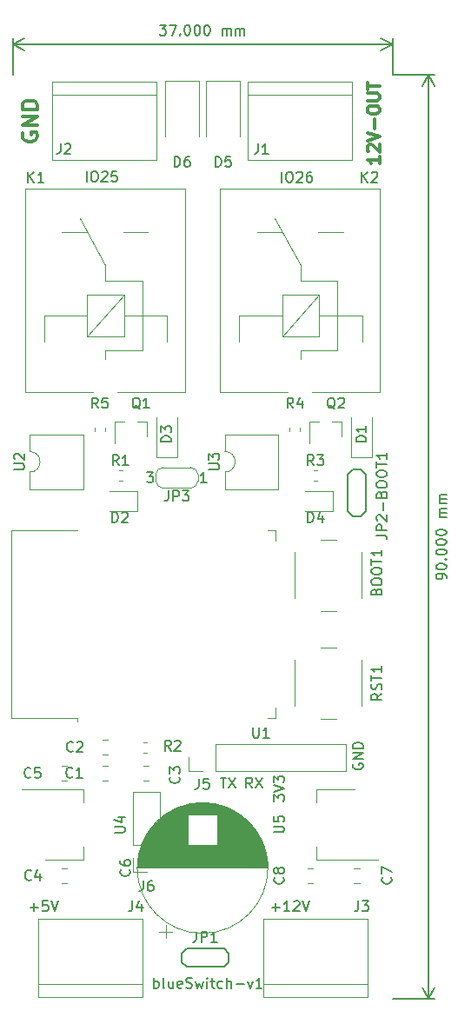
<source format=gbr>
%TF.GenerationSoftware,KiCad,Pcbnew,(5.1.6)-1*%
%TF.CreationDate,2020-08-06T11:41:01+05:30*%
%TF.ProjectId,ESP32-BLE-Relay-Control-Board,45535033-322d-4424-9c45-2d52656c6179,rev?*%
%TF.SameCoordinates,Original*%
%TF.FileFunction,Legend,Top*%
%TF.FilePolarity,Positive*%
%FSLAX46Y46*%
G04 Gerber Fmt 4.6, Leading zero omitted, Abs format (unit mm)*
G04 Created by KiCad (PCBNEW (5.1.6)-1) date 2020-08-06 11:41:01*
%MOMM*%
%LPD*%
G01*
G04 APERTURE LIST*
%ADD10C,0.150000*%
%ADD11C,0.300000*%
%ADD12C,0.120000*%
G04 APERTURE END LIST*
D10*
X126198809Y-80452380D02*
X126198809Y-79452380D01*
X126865476Y-79452380D02*
X127055952Y-79452380D01*
X127151190Y-79500000D01*
X127246428Y-79595238D01*
X127294047Y-79785714D01*
X127294047Y-80119047D01*
X127246428Y-80309523D01*
X127151190Y-80404761D01*
X127055952Y-80452380D01*
X126865476Y-80452380D01*
X126770238Y-80404761D01*
X126675000Y-80309523D01*
X126627380Y-80119047D01*
X126627380Y-79785714D01*
X126675000Y-79595238D01*
X126770238Y-79500000D01*
X126865476Y-79452380D01*
X127675000Y-79547619D02*
X127722619Y-79500000D01*
X127817857Y-79452380D01*
X128055952Y-79452380D01*
X128151190Y-79500000D01*
X128198809Y-79547619D01*
X128246428Y-79642857D01*
X128246428Y-79738095D01*
X128198809Y-79880952D01*
X127627380Y-80452380D01*
X128246428Y-80452380D01*
X129103571Y-79452380D02*
X128913095Y-79452380D01*
X128817857Y-79500000D01*
X128770238Y-79547619D01*
X128675000Y-79690476D01*
X128627380Y-79880952D01*
X128627380Y-80261904D01*
X128675000Y-80357142D01*
X128722619Y-80404761D01*
X128817857Y-80452380D01*
X129008333Y-80452380D01*
X129103571Y-80404761D01*
X129151190Y-80357142D01*
X129198809Y-80261904D01*
X129198809Y-80023809D01*
X129151190Y-79928571D01*
X129103571Y-79880952D01*
X129008333Y-79833333D01*
X128817857Y-79833333D01*
X128722619Y-79880952D01*
X128675000Y-79928571D01*
X128627380Y-80023809D01*
X107198809Y-80402380D02*
X107198809Y-79402380D01*
X107865476Y-79402380D02*
X108055952Y-79402380D01*
X108151190Y-79450000D01*
X108246428Y-79545238D01*
X108294047Y-79735714D01*
X108294047Y-80069047D01*
X108246428Y-80259523D01*
X108151190Y-80354761D01*
X108055952Y-80402380D01*
X107865476Y-80402380D01*
X107770238Y-80354761D01*
X107675000Y-80259523D01*
X107627380Y-80069047D01*
X107627380Y-79735714D01*
X107675000Y-79545238D01*
X107770238Y-79450000D01*
X107865476Y-79402380D01*
X108675000Y-79497619D02*
X108722619Y-79450000D01*
X108817857Y-79402380D01*
X109055952Y-79402380D01*
X109151190Y-79450000D01*
X109198809Y-79497619D01*
X109246428Y-79592857D01*
X109246428Y-79688095D01*
X109198809Y-79830952D01*
X108627380Y-80402380D01*
X109246428Y-80402380D01*
X110151190Y-79402380D02*
X109675000Y-79402380D01*
X109627380Y-79878571D01*
X109675000Y-79830952D01*
X109770238Y-79783333D01*
X110008333Y-79783333D01*
X110103571Y-79830952D01*
X110151190Y-79878571D01*
X110198809Y-79973809D01*
X110198809Y-80211904D01*
X110151190Y-80307142D01*
X110103571Y-80354761D01*
X110008333Y-80402380D01*
X109770238Y-80402380D01*
X109675000Y-80354761D01*
X109627380Y-80307142D01*
D11*
X135742857Y-77925000D02*
X135742857Y-78610714D01*
X135742857Y-78267857D02*
X134542857Y-78267857D01*
X134714285Y-78382142D01*
X134828571Y-78496428D01*
X134885714Y-78610714D01*
X134657142Y-77467857D02*
X134600000Y-77410714D01*
X134542857Y-77296428D01*
X134542857Y-77010714D01*
X134600000Y-76896428D01*
X134657142Y-76839285D01*
X134771428Y-76782142D01*
X134885714Y-76782142D01*
X135057142Y-76839285D01*
X135742857Y-77525000D01*
X135742857Y-76782142D01*
X134542857Y-76439285D02*
X135742857Y-76039285D01*
X134542857Y-75639285D01*
X135285714Y-75239285D02*
X135285714Y-74325000D01*
X134542857Y-73525000D02*
X134542857Y-73296428D01*
X134600000Y-73182142D01*
X134714285Y-73067857D01*
X134942857Y-73010714D01*
X135342857Y-73010714D01*
X135571428Y-73067857D01*
X135685714Y-73182142D01*
X135742857Y-73296428D01*
X135742857Y-73525000D01*
X135685714Y-73639285D01*
X135571428Y-73753571D01*
X135342857Y-73810714D01*
X134942857Y-73810714D01*
X134714285Y-73753571D01*
X134600000Y-73639285D01*
X134542857Y-73525000D01*
X134542857Y-72496428D02*
X135514285Y-72496428D01*
X135628571Y-72439285D01*
X135685714Y-72382142D01*
X135742857Y-72267857D01*
X135742857Y-72039285D01*
X135685714Y-71925000D01*
X135628571Y-71867857D01*
X135514285Y-71810714D01*
X134542857Y-71810714D01*
X134542857Y-71410714D02*
X134542857Y-70725000D01*
X135742857Y-71067857D02*
X134542857Y-71067857D01*
X101000000Y-75642857D02*
X100928571Y-75785714D01*
X100928571Y-76000000D01*
X101000000Y-76214285D01*
X101142857Y-76357142D01*
X101285714Y-76428571D01*
X101571428Y-76500000D01*
X101785714Y-76500000D01*
X102071428Y-76428571D01*
X102214285Y-76357142D01*
X102357142Y-76214285D01*
X102428571Y-76000000D01*
X102428571Y-75857142D01*
X102357142Y-75642857D01*
X102285714Y-75571428D01*
X101785714Y-75571428D01*
X101785714Y-75857142D01*
X102428571Y-74928571D02*
X100928571Y-74928571D01*
X102428571Y-74071428D01*
X100928571Y-74071428D01*
X102428571Y-73357142D02*
X100928571Y-73357142D01*
X100928571Y-73000000D01*
X101000000Y-72785714D01*
X101142857Y-72642857D01*
X101285714Y-72571428D01*
X101571428Y-72500000D01*
X101785714Y-72500000D01*
X102071428Y-72571428D01*
X102214285Y-72642857D01*
X102357142Y-72785714D01*
X102428571Y-73000000D01*
X102428571Y-73357142D01*
D10*
X114309523Y-65152380D02*
X114928571Y-65152380D01*
X114595238Y-65533333D01*
X114738095Y-65533333D01*
X114833333Y-65580952D01*
X114880952Y-65628571D01*
X114928571Y-65723809D01*
X114928571Y-65961904D01*
X114880952Y-66057142D01*
X114833333Y-66104761D01*
X114738095Y-66152380D01*
X114452380Y-66152380D01*
X114357142Y-66104761D01*
X114309523Y-66057142D01*
X115261904Y-65152380D02*
X115928571Y-65152380D01*
X115500000Y-66152380D01*
X116309523Y-66057142D02*
X116357142Y-66104761D01*
X116309523Y-66152380D01*
X116261904Y-66104761D01*
X116309523Y-66057142D01*
X116309523Y-66152380D01*
X116976190Y-65152380D02*
X117071428Y-65152380D01*
X117166666Y-65200000D01*
X117214285Y-65247619D01*
X117261904Y-65342857D01*
X117309523Y-65533333D01*
X117309523Y-65771428D01*
X117261904Y-65961904D01*
X117214285Y-66057142D01*
X117166666Y-66104761D01*
X117071428Y-66152380D01*
X116976190Y-66152380D01*
X116880952Y-66104761D01*
X116833333Y-66057142D01*
X116785714Y-65961904D01*
X116738095Y-65771428D01*
X116738095Y-65533333D01*
X116785714Y-65342857D01*
X116833333Y-65247619D01*
X116880952Y-65200000D01*
X116976190Y-65152380D01*
X117928571Y-65152380D02*
X118023809Y-65152380D01*
X118119047Y-65200000D01*
X118166666Y-65247619D01*
X118214285Y-65342857D01*
X118261904Y-65533333D01*
X118261904Y-65771428D01*
X118214285Y-65961904D01*
X118166666Y-66057142D01*
X118119047Y-66104761D01*
X118023809Y-66152380D01*
X117928571Y-66152380D01*
X117833333Y-66104761D01*
X117785714Y-66057142D01*
X117738095Y-65961904D01*
X117690476Y-65771428D01*
X117690476Y-65533333D01*
X117738095Y-65342857D01*
X117785714Y-65247619D01*
X117833333Y-65200000D01*
X117928571Y-65152380D01*
X118880952Y-65152380D02*
X118976190Y-65152380D01*
X119071428Y-65200000D01*
X119119047Y-65247619D01*
X119166666Y-65342857D01*
X119214285Y-65533333D01*
X119214285Y-65771428D01*
X119166666Y-65961904D01*
X119119047Y-66057142D01*
X119071428Y-66104761D01*
X118976190Y-66152380D01*
X118880952Y-66152380D01*
X118785714Y-66104761D01*
X118738095Y-66057142D01*
X118690476Y-65961904D01*
X118642857Y-65771428D01*
X118642857Y-65533333D01*
X118690476Y-65342857D01*
X118738095Y-65247619D01*
X118785714Y-65200000D01*
X118880952Y-65152380D01*
X120404761Y-66152380D02*
X120404761Y-65485714D01*
X120404761Y-65580952D02*
X120452380Y-65533333D01*
X120547619Y-65485714D01*
X120690476Y-65485714D01*
X120785714Y-65533333D01*
X120833333Y-65628571D01*
X120833333Y-66152380D01*
X120833333Y-65628571D02*
X120880952Y-65533333D01*
X120976190Y-65485714D01*
X121119047Y-65485714D01*
X121214285Y-65533333D01*
X121261904Y-65628571D01*
X121261904Y-66152380D01*
X121738095Y-66152380D02*
X121738095Y-65485714D01*
X121738095Y-65580952D02*
X121785714Y-65533333D01*
X121880952Y-65485714D01*
X122023809Y-65485714D01*
X122119047Y-65533333D01*
X122166666Y-65628571D01*
X122166666Y-66152380D01*
X122166666Y-65628571D02*
X122214285Y-65533333D01*
X122309523Y-65485714D01*
X122452380Y-65485714D01*
X122547619Y-65533333D01*
X122595238Y-65628571D01*
X122595238Y-66152380D01*
X100000000Y-67000000D02*
X137000000Y-67000000D01*
X100000000Y-70000000D02*
X100000000Y-66413579D01*
X137000000Y-70000000D02*
X137000000Y-66413579D01*
X137000000Y-67000000D02*
X135873496Y-67586421D01*
X137000000Y-67000000D02*
X135873496Y-66413579D01*
X100000000Y-67000000D02*
X101126504Y-67586421D01*
X100000000Y-67000000D02*
X101126504Y-66413579D01*
X142252380Y-119047619D02*
X142252380Y-118857142D01*
X142204761Y-118761904D01*
X142157142Y-118714285D01*
X142014285Y-118619047D01*
X141823809Y-118571428D01*
X141442857Y-118571428D01*
X141347619Y-118619047D01*
X141300000Y-118666666D01*
X141252380Y-118761904D01*
X141252380Y-118952380D01*
X141300000Y-119047619D01*
X141347619Y-119095238D01*
X141442857Y-119142857D01*
X141680952Y-119142857D01*
X141776190Y-119095238D01*
X141823809Y-119047619D01*
X141871428Y-118952380D01*
X141871428Y-118761904D01*
X141823809Y-118666666D01*
X141776190Y-118619047D01*
X141680952Y-118571428D01*
X141252380Y-117952380D02*
X141252380Y-117857142D01*
X141300000Y-117761904D01*
X141347619Y-117714285D01*
X141442857Y-117666666D01*
X141633333Y-117619047D01*
X141871428Y-117619047D01*
X142061904Y-117666666D01*
X142157142Y-117714285D01*
X142204761Y-117761904D01*
X142252380Y-117857142D01*
X142252380Y-117952380D01*
X142204761Y-118047619D01*
X142157142Y-118095238D01*
X142061904Y-118142857D01*
X141871428Y-118190476D01*
X141633333Y-118190476D01*
X141442857Y-118142857D01*
X141347619Y-118095238D01*
X141300000Y-118047619D01*
X141252380Y-117952380D01*
X142157142Y-117190476D02*
X142204761Y-117142857D01*
X142252380Y-117190476D01*
X142204761Y-117238095D01*
X142157142Y-117190476D01*
X142252380Y-117190476D01*
X141252380Y-116523809D02*
X141252380Y-116428571D01*
X141300000Y-116333333D01*
X141347619Y-116285714D01*
X141442857Y-116238095D01*
X141633333Y-116190476D01*
X141871428Y-116190476D01*
X142061904Y-116238095D01*
X142157142Y-116285714D01*
X142204761Y-116333333D01*
X142252380Y-116428571D01*
X142252380Y-116523809D01*
X142204761Y-116619047D01*
X142157142Y-116666666D01*
X142061904Y-116714285D01*
X141871428Y-116761904D01*
X141633333Y-116761904D01*
X141442857Y-116714285D01*
X141347619Y-116666666D01*
X141300000Y-116619047D01*
X141252380Y-116523809D01*
X141252380Y-115571428D02*
X141252380Y-115476190D01*
X141300000Y-115380952D01*
X141347619Y-115333333D01*
X141442857Y-115285714D01*
X141633333Y-115238095D01*
X141871428Y-115238095D01*
X142061904Y-115285714D01*
X142157142Y-115333333D01*
X142204761Y-115380952D01*
X142252380Y-115476190D01*
X142252380Y-115571428D01*
X142204761Y-115666666D01*
X142157142Y-115714285D01*
X142061904Y-115761904D01*
X141871428Y-115809523D01*
X141633333Y-115809523D01*
X141442857Y-115761904D01*
X141347619Y-115714285D01*
X141300000Y-115666666D01*
X141252380Y-115571428D01*
X141252380Y-114619047D02*
X141252380Y-114523809D01*
X141300000Y-114428571D01*
X141347619Y-114380952D01*
X141442857Y-114333333D01*
X141633333Y-114285714D01*
X141871428Y-114285714D01*
X142061904Y-114333333D01*
X142157142Y-114380952D01*
X142204761Y-114428571D01*
X142252380Y-114523809D01*
X142252380Y-114619047D01*
X142204761Y-114714285D01*
X142157142Y-114761904D01*
X142061904Y-114809523D01*
X141871428Y-114857142D01*
X141633333Y-114857142D01*
X141442857Y-114809523D01*
X141347619Y-114761904D01*
X141300000Y-114714285D01*
X141252380Y-114619047D01*
X142252380Y-113095238D02*
X141585714Y-113095238D01*
X141680952Y-113095238D02*
X141633333Y-113047619D01*
X141585714Y-112952380D01*
X141585714Y-112809523D01*
X141633333Y-112714285D01*
X141728571Y-112666666D01*
X142252380Y-112666666D01*
X141728571Y-112666666D02*
X141633333Y-112619047D01*
X141585714Y-112523809D01*
X141585714Y-112380952D01*
X141633333Y-112285714D01*
X141728571Y-112238095D01*
X142252380Y-112238095D01*
X142252380Y-111761904D02*
X141585714Y-111761904D01*
X141680952Y-111761904D02*
X141633333Y-111714285D01*
X141585714Y-111619047D01*
X141585714Y-111476190D01*
X141633333Y-111380952D01*
X141728571Y-111333333D01*
X142252380Y-111333333D01*
X141728571Y-111333333D02*
X141633333Y-111285714D01*
X141585714Y-111190476D01*
X141585714Y-111047619D01*
X141633333Y-110952380D01*
X141728571Y-110904761D01*
X142252380Y-110904761D01*
X140500000Y-160000000D02*
X140500000Y-70000000D01*
X137000000Y-160000000D02*
X141086421Y-160000000D01*
X137000000Y-70000000D02*
X141086421Y-70000000D01*
X140500000Y-70000000D02*
X141086421Y-71126504D01*
X140500000Y-70000000D02*
X139913579Y-71126504D01*
X140500000Y-160000000D02*
X141086421Y-158873496D01*
X140500000Y-160000000D02*
X139913579Y-158873496D01*
X125238095Y-151071428D02*
X126000000Y-151071428D01*
X125619047Y-151452380D02*
X125619047Y-150690476D01*
X127000000Y-151452380D02*
X126428571Y-151452380D01*
X126714285Y-151452380D02*
X126714285Y-150452380D01*
X126619047Y-150595238D01*
X126523809Y-150690476D01*
X126428571Y-150738095D01*
X127380952Y-150547619D02*
X127428571Y-150500000D01*
X127523809Y-150452380D01*
X127761904Y-150452380D01*
X127857142Y-150500000D01*
X127904761Y-150547619D01*
X127952380Y-150642857D01*
X127952380Y-150738095D01*
X127904761Y-150880952D01*
X127333333Y-151452380D01*
X127952380Y-151452380D01*
X128238095Y-150452380D02*
X128571428Y-151452380D01*
X128904761Y-150452380D01*
X101714285Y-151071428D02*
X102476190Y-151071428D01*
X102095238Y-151452380D02*
X102095238Y-150690476D01*
X103428571Y-150452380D02*
X102952380Y-150452380D01*
X102904761Y-150928571D01*
X102952380Y-150880952D01*
X103047619Y-150833333D01*
X103285714Y-150833333D01*
X103380952Y-150880952D01*
X103428571Y-150928571D01*
X103476190Y-151023809D01*
X103476190Y-151261904D01*
X103428571Y-151357142D01*
X103380952Y-151404761D01*
X103285714Y-151452380D01*
X103047619Y-151452380D01*
X102952380Y-151404761D01*
X102904761Y-151357142D01*
X103761904Y-150452380D02*
X104095238Y-151452380D01*
X104428571Y-150452380D01*
X113761904Y-158952380D02*
X113761904Y-157952380D01*
X113761904Y-158333333D02*
X113857142Y-158285714D01*
X114047619Y-158285714D01*
X114142857Y-158333333D01*
X114190476Y-158380952D01*
X114238095Y-158476190D01*
X114238095Y-158761904D01*
X114190476Y-158857142D01*
X114142857Y-158904761D01*
X114047619Y-158952380D01*
X113857142Y-158952380D01*
X113761904Y-158904761D01*
X114809523Y-158952380D02*
X114714285Y-158904761D01*
X114666666Y-158809523D01*
X114666666Y-157952380D01*
X115619047Y-158285714D02*
X115619047Y-158952380D01*
X115190476Y-158285714D02*
X115190476Y-158809523D01*
X115238095Y-158904761D01*
X115333333Y-158952380D01*
X115476190Y-158952380D01*
X115571428Y-158904761D01*
X115619047Y-158857142D01*
X116476190Y-158904761D02*
X116380952Y-158952380D01*
X116190476Y-158952380D01*
X116095238Y-158904761D01*
X116047619Y-158809523D01*
X116047619Y-158428571D01*
X116095238Y-158333333D01*
X116190476Y-158285714D01*
X116380952Y-158285714D01*
X116476190Y-158333333D01*
X116523809Y-158428571D01*
X116523809Y-158523809D01*
X116047619Y-158619047D01*
X116904761Y-158904761D02*
X117047619Y-158952380D01*
X117285714Y-158952380D01*
X117380952Y-158904761D01*
X117428571Y-158857142D01*
X117476190Y-158761904D01*
X117476190Y-158666666D01*
X117428571Y-158571428D01*
X117380952Y-158523809D01*
X117285714Y-158476190D01*
X117095238Y-158428571D01*
X117000000Y-158380952D01*
X116952380Y-158333333D01*
X116904761Y-158238095D01*
X116904761Y-158142857D01*
X116952380Y-158047619D01*
X117000000Y-158000000D01*
X117095238Y-157952380D01*
X117333333Y-157952380D01*
X117476190Y-158000000D01*
X117809523Y-158285714D02*
X118000000Y-158952380D01*
X118190476Y-158476190D01*
X118380952Y-158952380D01*
X118571428Y-158285714D01*
X118952380Y-158952380D02*
X118952380Y-158285714D01*
X118952380Y-157952380D02*
X118904761Y-158000000D01*
X118952380Y-158047619D01*
X119000000Y-158000000D01*
X118952380Y-157952380D01*
X118952380Y-158047619D01*
X119285714Y-158285714D02*
X119666666Y-158285714D01*
X119428571Y-157952380D02*
X119428571Y-158809523D01*
X119476190Y-158904761D01*
X119571428Y-158952380D01*
X119666666Y-158952380D01*
X120428571Y-158904761D02*
X120333333Y-158952380D01*
X120142857Y-158952380D01*
X120047619Y-158904761D01*
X120000000Y-158857142D01*
X119952380Y-158761904D01*
X119952380Y-158476190D01*
X120000000Y-158380952D01*
X120047619Y-158333333D01*
X120142857Y-158285714D01*
X120333333Y-158285714D01*
X120428571Y-158333333D01*
X120857142Y-158952380D02*
X120857142Y-157952380D01*
X121285714Y-158952380D02*
X121285714Y-158428571D01*
X121238095Y-158333333D01*
X121142857Y-158285714D01*
X121000000Y-158285714D01*
X120904761Y-158333333D01*
X120857142Y-158380952D01*
X121761904Y-158571428D02*
X122523809Y-158571428D01*
X122904761Y-158285714D02*
X123142857Y-158952380D01*
X123380952Y-158285714D01*
X124285714Y-158952380D02*
X123714285Y-158952380D01*
X124000000Y-158952380D02*
X124000000Y-157952380D01*
X123904761Y-158095238D01*
X123809523Y-158190476D01*
X123714285Y-158238095D01*
X133175000Y-137111904D02*
X133127380Y-137207142D01*
X133127380Y-137350000D01*
X133175000Y-137492857D01*
X133270238Y-137588095D01*
X133365476Y-137635714D01*
X133555952Y-137683333D01*
X133698809Y-137683333D01*
X133889285Y-137635714D01*
X133984523Y-137588095D01*
X134079761Y-137492857D01*
X134127380Y-137350000D01*
X134127380Y-137254761D01*
X134079761Y-137111904D01*
X134032142Y-137064285D01*
X133698809Y-137064285D01*
X133698809Y-137254761D01*
X134127380Y-136635714D02*
X133127380Y-136635714D01*
X134127380Y-136064285D01*
X133127380Y-136064285D01*
X134127380Y-135588095D02*
X133127380Y-135588095D01*
X133127380Y-135350000D01*
X133175000Y-135207142D01*
X133270238Y-135111904D01*
X133365476Y-135064285D01*
X133555952Y-135016666D01*
X133698809Y-135016666D01*
X133889285Y-135064285D01*
X133984523Y-135111904D01*
X134079761Y-135207142D01*
X134127380Y-135350000D01*
X134127380Y-135588095D01*
X125452380Y-140738095D02*
X125452380Y-140119047D01*
X125833333Y-140452380D01*
X125833333Y-140309523D01*
X125880952Y-140214285D01*
X125928571Y-140166666D01*
X126023809Y-140119047D01*
X126261904Y-140119047D01*
X126357142Y-140166666D01*
X126404761Y-140214285D01*
X126452380Y-140309523D01*
X126452380Y-140595238D01*
X126404761Y-140690476D01*
X126357142Y-140738095D01*
X125452380Y-139833333D02*
X126452380Y-139500000D01*
X125452380Y-139166666D01*
X125452380Y-138928571D02*
X125452380Y-138309523D01*
X125833333Y-138642857D01*
X125833333Y-138500000D01*
X125880952Y-138404761D01*
X125928571Y-138357142D01*
X126023809Y-138309523D01*
X126261904Y-138309523D01*
X126357142Y-138357142D01*
X126404761Y-138404761D01*
X126452380Y-138500000D01*
X126452380Y-138785714D01*
X126404761Y-138880952D01*
X126357142Y-138928571D01*
X123333333Y-139452380D02*
X123000000Y-138976190D01*
X122761904Y-139452380D02*
X122761904Y-138452380D01*
X123142857Y-138452380D01*
X123238095Y-138500000D01*
X123285714Y-138547619D01*
X123333333Y-138642857D01*
X123333333Y-138785714D01*
X123285714Y-138880952D01*
X123238095Y-138928571D01*
X123142857Y-138976190D01*
X122761904Y-138976190D01*
X123666666Y-138452380D02*
X124333333Y-139452380D01*
X124333333Y-138452380D02*
X123666666Y-139452380D01*
X120238095Y-138452380D02*
X120809523Y-138452380D01*
X120523809Y-139452380D02*
X120523809Y-138452380D01*
X121047619Y-138452380D02*
X121714285Y-139452380D01*
X121714285Y-138452380D02*
X121047619Y-139452380D01*
D12*
%TO.C,J6*%
X113050000Y-147605000D02*
X111720000Y-147605000D01*
X111720000Y-147605000D02*
X111720000Y-146275000D01*
X111720000Y-145005000D02*
X111720000Y-139865000D01*
X114380000Y-139865000D02*
X111720000Y-139865000D01*
X114380000Y-145005000D02*
X114380000Y-139865000D01*
X114380000Y-145005000D02*
X111720000Y-145005000D01*
%TO.C,JP3*%
X117400000Y-110250000D02*
X114600000Y-110250000D01*
X113950000Y-109550000D02*
X113950000Y-108950000D01*
X114600000Y-108250000D02*
X117400000Y-108250000D01*
X118050000Y-108950000D02*
X118050000Y-109550000D01*
X118050000Y-109550000D02*
G75*
G02*
X117350000Y-110250000I-700000J0D01*
G01*
X117350000Y-108250000D02*
G75*
G02*
X118050000Y-108950000I0J-700000D01*
G01*
X113950000Y-108950000D02*
G75*
G02*
X114650000Y-108250000I700000J0D01*
G01*
X114650000Y-110250000D02*
G75*
G02*
X113950000Y-109550000I0J700000D01*
G01*
%TO.C,U5*%
X129590000Y-139590000D02*
X129590000Y-140850000D01*
X129590000Y-146410000D02*
X129590000Y-145150000D01*
X133350000Y-139590000D02*
X129590000Y-139590000D01*
X135600000Y-146410000D02*
X129590000Y-146410000D01*
%TO.C,R5*%
X107990000Y-104671267D02*
X107990000Y-104328733D01*
X109010000Y-104671267D02*
X109010000Y-104328733D01*
%TO.C,R4*%
X126990000Y-104671267D02*
X126990000Y-104328733D01*
X128010000Y-104671267D02*
X128010000Y-104328733D01*
%TO.C,C8*%
X128763748Y-147290000D02*
X129286252Y-147290000D01*
X128763748Y-148710000D02*
X129286252Y-148710000D01*
%TO.C,C7*%
X133263748Y-147290000D02*
X133786252Y-147290000D01*
X133263748Y-148710000D02*
X133786252Y-148710000D01*
D10*
%TO.C,JP2-BOOT1*%
X133100000Y-113030000D02*
X132600000Y-112530000D01*
X133900000Y-113030000D02*
X133100000Y-113030000D01*
X134400000Y-112530000D02*
X133900000Y-113030000D01*
X134400000Y-108930000D02*
X134400000Y-112530000D01*
X133900000Y-108430000D02*
X134400000Y-108930000D01*
X133100000Y-108430000D02*
X133900000Y-108430000D01*
X132600000Y-108930000D02*
X133100000Y-108430000D01*
X132600000Y-112530000D02*
X132600000Y-108930000D01*
D12*
%TO.C,J5*%
X117130000Y-137830000D02*
X117130000Y-136500000D01*
X118460000Y-137830000D02*
X117130000Y-137830000D01*
X119730000Y-137830000D02*
X119730000Y-135170000D01*
X119730000Y-135170000D02*
X132490000Y-135170000D01*
X119730000Y-137830000D02*
X132490000Y-137830000D01*
X132490000Y-137830000D02*
X132490000Y-135170000D01*
%TO.C,D6*%
X118150000Y-70600000D02*
X118150000Y-76000000D01*
X114850000Y-70600000D02*
X114850000Y-76000000D01*
X118150000Y-70600000D02*
X114850000Y-70600000D01*
%TO.C,D5*%
X122150000Y-70600000D02*
X122150000Y-76000000D01*
X118850000Y-70600000D02*
X118850000Y-76000000D01*
X122150000Y-70600000D02*
X118850000Y-70600000D01*
%TO.C,U4*%
X100900000Y-139590000D02*
X106910000Y-139590000D01*
X103150000Y-146410000D02*
X106910000Y-146410000D01*
X106910000Y-139590000D02*
X106910000Y-140850000D01*
X106910000Y-146410000D02*
X106910000Y-145150000D01*
D10*
%TO.C,JP1*%
X121070000Y-156400000D02*
X120570000Y-156900000D01*
X121070000Y-155600000D02*
X121070000Y-156400000D01*
X120570000Y-155100000D02*
X121070000Y-155600000D01*
X116970000Y-155100000D02*
X120570000Y-155100000D01*
X116470000Y-155600000D02*
X116970000Y-155100000D01*
X116470000Y-156400000D02*
X116470000Y-155600000D01*
X116970000Y-156900000D02*
X116470000Y-156400000D01*
X120570000Y-156900000D02*
X116970000Y-156900000D01*
D12*
%TO.C,J4*%
X102460000Y-159810000D02*
X112620000Y-159810000D01*
X102460000Y-152190000D02*
X102460000Y-159810000D01*
X112620000Y-152190000D02*
X102460000Y-152190000D01*
X112620000Y-159810000D02*
X112620000Y-152190000D01*
X112620000Y-158540000D02*
X102460000Y-158540000D01*
%TO.C,J3*%
X124460000Y-159810000D02*
X134620000Y-159810000D01*
X124460000Y-152190000D02*
X124460000Y-159810000D01*
X134620000Y-152190000D02*
X124460000Y-152190000D01*
X134620000Y-159810000D02*
X134620000Y-152190000D01*
X134620000Y-158540000D02*
X124460000Y-158540000D01*
%TO.C,J2*%
X114040000Y-70690000D02*
X103880000Y-70690000D01*
X114040000Y-78310000D02*
X114040000Y-70690000D01*
X103880000Y-78310000D02*
X114040000Y-78310000D01*
X103880000Y-70690000D02*
X103880000Y-78310000D01*
X103880000Y-71960000D02*
X114040000Y-71960000D01*
%TO.C,J1*%
X133040000Y-70690000D02*
X122880000Y-70690000D01*
X133040000Y-78310000D02*
X133040000Y-70690000D01*
X122880000Y-78310000D02*
X133040000Y-78310000D01*
X122880000Y-70690000D02*
X122880000Y-78310000D01*
X122880000Y-71960000D02*
X133040000Y-71960000D01*
%TO.C,C6*%
X114300000Y-153442082D02*
X115550000Y-153442082D01*
X114925000Y-154067082D02*
X114925000Y-152817082D01*
X118183000Y-140889000D02*
X118817000Y-140889000D01*
X117743000Y-140929000D02*
X119257000Y-140929000D01*
X117472000Y-140969000D02*
X119528000Y-140969000D01*
X117259000Y-141009000D02*
X119741000Y-141009000D01*
X117078000Y-141049000D02*
X119922000Y-141049000D01*
X116917000Y-141089000D02*
X120083000Y-141089000D01*
X116772000Y-141129000D02*
X120228000Y-141129000D01*
X116639000Y-141169000D02*
X120361000Y-141169000D01*
X116516000Y-141209000D02*
X120484000Y-141209000D01*
X116400000Y-141249000D02*
X120600000Y-141249000D01*
X116291000Y-141289000D02*
X120709000Y-141289000D01*
X116188000Y-141329000D02*
X120812000Y-141329000D01*
X116090000Y-141369000D02*
X120910000Y-141369000D01*
X115996000Y-141409000D02*
X121004000Y-141409000D01*
X115906000Y-141449000D02*
X121094000Y-141449000D01*
X115819000Y-141489000D02*
X121181000Y-141489000D01*
X115736000Y-141529000D02*
X121264000Y-141529000D01*
X115656000Y-141569000D02*
X121344000Y-141569000D01*
X115579000Y-141609000D02*
X121421000Y-141609000D01*
X115504000Y-141649000D02*
X121496000Y-141649000D01*
X115431000Y-141689000D02*
X121569000Y-141689000D01*
X115360000Y-141729000D02*
X121640000Y-141729000D01*
X115292000Y-141769000D02*
X121708000Y-141769000D01*
X115225000Y-141809000D02*
X121775000Y-141809000D01*
X115161000Y-141849000D02*
X121839000Y-141849000D01*
X115098000Y-141889000D02*
X121902000Y-141889000D01*
X115036000Y-141929000D02*
X121964000Y-141929000D01*
X114976000Y-141969000D02*
X122024000Y-141969000D01*
X114917000Y-142009000D02*
X122083000Y-142009000D01*
X114860000Y-142049000D02*
X122140000Y-142049000D01*
X119940000Y-142089000D02*
X122196000Y-142089000D01*
X114804000Y-142089000D02*
X117060000Y-142089000D01*
X119940000Y-142129000D02*
X122250000Y-142129000D01*
X114750000Y-142129000D02*
X117060000Y-142129000D01*
X119940000Y-142169000D02*
X122304000Y-142169000D01*
X114696000Y-142169000D02*
X117060000Y-142169000D01*
X119940000Y-142209000D02*
X122356000Y-142209000D01*
X114644000Y-142209000D02*
X117060000Y-142209000D01*
X119940000Y-142249000D02*
X122407000Y-142249000D01*
X114593000Y-142249000D02*
X117060000Y-142249000D01*
X119940000Y-142289000D02*
X122457000Y-142289000D01*
X114543000Y-142289000D02*
X117060000Y-142289000D01*
X119940000Y-142329000D02*
X122507000Y-142329000D01*
X114493000Y-142329000D02*
X117060000Y-142329000D01*
X119940000Y-142369000D02*
X122555000Y-142369000D01*
X114445000Y-142369000D02*
X117060000Y-142369000D01*
X119940000Y-142409000D02*
X122602000Y-142409000D01*
X114398000Y-142409000D02*
X117060000Y-142409000D01*
X119940000Y-142449000D02*
X122648000Y-142449000D01*
X114352000Y-142449000D02*
X117060000Y-142449000D01*
X119940000Y-142489000D02*
X122694000Y-142489000D01*
X114306000Y-142489000D02*
X117060000Y-142489000D01*
X119940000Y-142529000D02*
X122738000Y-142529000D01*
X114262000Y-142529000D02*
X117060000Y-142529000D01*
X119940000Y-142569000D02*
X122782000Y-142569000D01*
X114218000Y-142569000D02*
X117060000Y-142569000D01*
X119940000Y-142609000D02*
X122825000Y-142609000D01*
X114175000Y-142609000D02*
X117060000Y-142609000D01*
X119940000Y-142649000D02*
X122867000Y-142649000D01*
X114133000Y-142649000D02*
X117060000Y-142649000D01*
X119940000Y-142689000D02*
X122908000Y-142689000D01*
X114092000Y-142689000D02*
X117060000Y-142689000D01*
X119940000Y-142729000D02*
X122949000Y-142729000D01*
X114051000Y-142729000D02*
X117060000Y-142729000D01*
X119940000Y-142769000D02*
X122989000Y-142769000D01*
X114011000Y-142769000D02*
X117060000Y-142769000D01*
X119940000Y-142809000D02*
X123028000Y-142809000D01*
X113972000Y-142809000D02*
X117060000Y-142809000D01*
X119940000Y-142849000D02*
X123067000Y-142849000D01*
X113933000Y-142849000D02*
X117060000Y-142849000D01*
X119940000Y-142889000D02*
X123105000Y-142889000D01*
X113895000Y-142889000D02*
X117060000Y-142889000D01*
X119940000Y-142929000D02*
X123142000Y-142929000D01*
X113858000Y-142929000D02*
X117060000Y-142929000D01*
X119940000Y-142969000D02*
X123178000Y-142969000D01*
X113822000Y-142969000D02*
X117060000Y-142969000D01*
X119940000Y-143009000D02*
X123214000Y-143009000D01*
X113786000Y-143009000D02*
X117060000Y-143009000D01*
X119940000Y-143049000D02*
X123250000Y-143049000D01*
X113750000Y-143049000D02*
X117060000Y-143049000D01*
X119940000Y-143089000D02*
X123285000Y-143089000D01*
X113715000Y-143089000D02*
X117060000Y-143089000D01*
X119940000Y-143129000D02*
X123319000Y-143129000D01*
X113681000Y-143129000D02*
X117060000Y-143129000D01*
X119940000Y-143169000D02*
X123352000Y-143169000D01*
X113648000Y-143169000D02*
X117060000Y-143169000D01*
X119940000Y-143209000D02*
X123385000Y-143209000D01*
X113615000Y-143209000D02*
X117060000Y-143209000D01*
X119940000Y-143249000D02*
X123418000Y-143249000D01*
X113582000Y-143249000D02*
X117060000Y-143249000D01*
X119940000Y-143289000D02*
X123450000Y-143289000D01*
X113550000Y-143289000D02*
X117060000Y-143289000D01*
X119940000Y-143329000D02*
X123482000Y-143329000D01*
X113518000Y-143329000D02*
X117060000Y-143329000D01*
X119940000Y-143369000D02*
X123512000Y-143369000D01*
X113488000Y-143369000D02*
X117060000Y-143369000D01*
X119940000Y-143409000D02*
X123543000Y-143409000D01*
X113457000Y-143409000D02*
X117060000Y-143409000D01*
X119940000Y-143449000D02*
X123573000Y-143449000D01*
X113427000Y-143449000D02*
X117060000Y-143449000D01*
X119940000Y-143489000D02*
X123602000Y-143489000D01*
X113398000Y-143489000D02*
X117060000Y-143489000D01*
X119940000Y-143529000D02*
X123631000Y-143529000D01*
X113369000Y-143529000D02*
X117060000Y-143529000D01*
X119940000Y-143569000D02*
X123660000Y-143569000D01*
X113340000Y-143569000D02*
X117060000Y-143569000D01*
X119940000Y-143609000D02*
X123688000Y-143609000D01*
X113312000Y-143609000D02*
X117060000Y-143609000D01*
X119940000Y-143649000D02*
X123716000Y-143649000D01*
X113284000Y-143649000D02*
X117060000Y-143649000D01*
X119940000Y-143689000D02*
X123743000Y-143689000D01*
X113257000Y-143689000D02*
X117060000Y-143689000D01*
X119940000Y-143729000D02*
X123770000Y-143729000D01*
X113230000Y-143729000D02*
X117060000Y-143729000D01*
X119940000Y-143769000D02*
X123796000Y-143769000D01*
X113204000Y-143769000D02*
X117060000Y-143769000D01*
X119940000Y-143809000D02*
X123822000Y-143809000D01*
X113178000Y-143809000D02*
X117060000Y-143809000D01*
X119940000Y-143849000D02*
X123847000Y-143849000D01*
X113153000Y-143849000D02*
X117060000Y-143849000D01*
X119940000Y-143889000D02*
X123872000Y-143889000D01*
X113128000Y-143889000D02*
X117060000Y-143889000D01*
X119940000Y-143929000D02*
X123897000Y-143929000D01*
X113103000Y-143929000D02*
X117060000Y-143929000D01*
X119940000Y-143969000D02*
X123921000Y-143969000D01*
X113079000Y-143969000D02*
X117060000Y-143969000D01*
X119940000Y-144009000D02*
X123945000Y-144009000D01*
X113055000Y-144009000D02*
X117060000Y-144009000D01*
X119940000Y-144049000D02*
X123968000Y-144049000D01*
X113032000Y-144049000D02*
X117060000Y-144049000D01*
X119940000Y-144089000D02*
X123991000Y-144089000D01*
X113009000Y-144089000D02*
X117060000Y-144089000D01*
X119940000Y-144129000D02*
X124014000Y-144129000D01*
X112986000Y-144129000D02*
X117060000Y-144129000D01*
X119940000Y-144169000D02*
X124036000Y-144169000D01*
X112964000Y-144169000D02*
X117060000Y-144169000D01*
X119940000Y-144209000D02*
X124058000Y-144209000D01*
X112942000Y-144209000D02*
X117060000Y-144209000D01*
X119940000Y-144249000D02*
X124080000Y-144249000D01*
X112920000Y-144249000D02*
X117060000Y-144249000D01*
X119940000Y-144289000D02*
X124101000Y-144289000D01*
X112899000Y-144289000D02*
X117060000Y-144289000D01*
X119940000Y-144329000D02*
X124122000Y-144329000D01*
X112878000Y-144329000D02*
X117060000Y-144329000D01*
X119940000Y-144369000D02*
X124142000Y-144369000D01*
X112858000Y-144369000D02*
X117060000Y-144369000D01*
X119940000Y-144409000D02*
X124162000Y-144409000D01*
X112838000Y-144409000D02*
X117060000Y-144409000D01*
X119940000Y-144449000D02*
X124182000Y-144449000D01*
X112818000Y-144449000D02*
X117060000Y-144449000D01*
X119940000Y-144489000D02*
X124202000Y-144489000D01*
X112798000Y-144489000D02*
X117060000Y-144489000D01*
X119940000Y-144529000D02*
X124221000Y-144529000D01*
X112779000Y-144529000D02*
X117060000Y-144529000D01*
X119940000Y-144569000D02*
X124239000Y-144569000D01*
X112761000Y-144569000D02*
X117060000Y-144569000D01*
X119940000Y-144609000D02*
X124258000Y-144609000D01*
X112742000Y-144609000D02*
X117060000Y-144609000D01*
X119940000Y-144649000D02*
X124276000Y-144649000D01*
X112724000Y-144649000D02*
X117060000Y-144649000D01*
X119940000Y-144689000D02*
X124293000Y-144689000D01*
X112707000Y-144689000D02*
X117060000Y-144689000D01*
X119940000Y-144729000D02*
X124311000Y-144729000D01*
X112689000Y-144729000D02*
X117060000Y-144729000D01*
X119940000Y-144769000D02*
X124328000Y-144769000D01*
X112672000Y-144769000D02*
X117060000Y-144769000D01*
X119940000Y-144809000D02*
X124345000Y-144809000D01*
X112655000Y-144809000D02*
X117060000Y-144809000D01*
X119940000Y-144849000D02*
X124361000Y-144849000D01*
X112639000Y-144849000D02*
X117060000Y-144849000D01*
X119940000Y-144889000D02*
X124377000Y-144889000D01*
X112623000Y-144889000D02*
X117060000Y-144889000D01*
X119940000Y-144929000D02*
X124393000Y-144929000D01*
X112607000Y-144929000D02*
X117060000Y-144929000D01*
X112592000Y-144969000D02*
X124408000Y-144969000D01*
X112576000Y-145009000D02*
X124424000Y-145009000D01*
X112561000Y-145049000D02*
X124439000Y-145049000D01*
X112547000Y-145089000D02*
X124453000Y-145089000D01*
X112533000Y-145129000D02*
X124467000Y-145129000D01*
X112519000Y-145169000D02*
X124481000Y-145169000D01*
X112505000Y-145209000D02*
X124495000Y-145209000D01*
X112492000Y-145249000D02*
X124508000Y-145249000D01*
X112479000Y-145289000D02*
X124521000Y-145289000D01*
X112466000Y-145329000D02*
X124534000Y-145329000D01*
X112453000Y-145369000D02*
X124547000Y-145369000D01*
X112441000Y-145409000D02*
X124559000Y-145409000D01*
X112429000Y-145449000D02*
X124571000Y-145449000D01*
X112417000Y-145489000D02*
X124583000Y-145489000D01*
X112406000Y-145529000D02*
X124594000Y-145529000D01*
X112395000Y-145569000D02*
X124605000Y-145569000D01*
X112384000Y-145609000D02*
X124616000Y-145609000D01*
X112374000Y-145649000D02*
X124626000Y-145649000D01*
X112363000Y-145689000D02*
X124637000Y-145689000D01*
X112354000Y-145729000D02*
X124646000Y-145729000D01*
X112344000Y-145769000D02*
X124656000Y-145769000D01*
X112334000Y-145809000D02*
X124666000Y-145809000D01*
X112325000Y-145849000D02*
X124675000Y-145849000D01*
X112316000Y-145889000D02*
X124684000Y-145889000D01*
X112308000Y-145929000D02*
X124692000Y-145929000D01*
X112299000Y-145969000D02*
X124701000Y-145969000D01*
X112291000Y-146009000D02*
X124709000Y-146009000D01*
X112284000Y-146049000D02*
X124716000Y-146049000D01*
X112276000Y-146089000D02*
X124724000Y-146089000D01*
X112269000Y-146129000D02*
X124731000Y-146129000D01*
X112262000Y-146169000D02*
X124738000Y-146169000D01*
X112255000Y-146209000D02*
X124745000Y-146209000D01*
X112248000Y-146249000D02*
X124752000Y-146249000D01*
X112242000Y-146289000D02*
X124758000Y-146289000D01*
X112236000Y-146329000D02*
X124764000Y-146329000D01*
X112231000Y-146369000D02*
X124769000Y-146369000D01*
X112225000Y-146409000D02*
X124775000Y-146409000D01*
X112220000Y-146449000D02*
X124780000Y-146449000D01*
X112215000Y-146489000D02*
X124785000Y-146489000D01*
X112210000Y-146529000D02*
X124790000Y-146529000D01*
X112206000Y-146570000D02*
X124794000Y-146570000D01*
X112202000Y-146610000D02*
X124798000Y-146610000D01*
X112198000Y-146650000D02*
X124802000Y-146650000D01*
X112194000Y-146690000D02*
X124806000Y-146690000D01*
X112191000Y-146730000D02*
X124809000Y-146730000D01*
X112188000Y-146770000D02*
X124812000Y-146770000D01*
X112185000Y-146810000D02*
X124815000Y-146810000D01*
X112182000Y-146850000D02*
X124818000Y-146850000D01*
X112180000Y-146890000D02*
X124820000Y-146890000D01*
X112178000Y-146930000D02*
X124822000Y-146930000D01*
X112176000Y-146970000D02*
X124824000Y-146970000D01*
X112174000Y-147010000D02*
X124826000Y-147010000D01*
X112173000Y-147050000D02*
X124827000Y-147050000D01*
X112172000Y-147090000D02*
X124828000Y-147090000D01*
X112171000Y-147130000D02*
X124829000Y-147130000D01*
X112170000Y-147170000D02*
X124830000Y-147170000D01*
X112170000Y-147210000D02*
X124830000Y-147210000D01*
X112170000Y-147250000D02*
X124830000Y-147250000D01*
X124870000Y-147250000D02*
G75*
G03*
X124870000Y-147250000I-6370000J0D01*
G01*
%TO.C,C5*%
X104763748Y-138710000D02*
X105286252Y-138710000D01*
X104763748Y-137290000D02*
X105286252Y-137290000D01*
%TO.C,C4*%
X104738748Y-148710000D02*
X105261252Y-148710000D01*
X104738748Y-147290000D02*
X105261252Y-147290000D01*
%TO.C,U1*%
X124855000Y-132620000D02*
X125635000Y-132620000D01*
X125635000Y-132620000D02*
X125635000Y-131620000D01*
X124855000Y-114380000D02*
X125635000Y-114380000D01*
X125635000Y-114380000D02*
X125635000Y-115380000D01*
X99890000Y-132620000D02*
X99890000Y-114380000D01*
X99890000Y-114380000D02*
X106310000Y-114380000D01*
X99890000Y-132620000D02*
X106310000Y-132620000D01*
X106310000Y-132620000D02*
X106310000Y-133000000D01*
%TO.C,BOOT1*%
X131500000Y-115250000D02*
X130000000Y-115250000D01*
X127500000Y-116500000D02*
X127500000Y-121000000D01*
X130000000Y-122250000D02*
X131500000Y-122250000D01*
X134000000Y-121000000D02*
X134000000Y-116500000D01*
%TO.C,RST1*%
X131500000Y-125750000D02*
X130000000Y-125750000D01*
X127500000Y-127000000D02*
X127500000Y-131500000D01*
X130000000Y-132750000D02*
X131500000Y-132750000D01*
X134000000Y-131500000D02*
X134000000Y-127000000D01*
%TO.C,D3*%
X114000000Y-107250000D02*
X114000000Y-103350000D01*
X116000000Y-107250000D02*
X116000000Y-103350000D01*
X114000000Y-107250000D02*
X116000000Y-107250000D01*
%TO.C,D1*%
X133000000Y-107250000D02*
X133000000Y-103350000D01*
X135000000Y-107250000D02*
X135000000Y-103350000D01*
X133000000Y-107250000D02*
X135000000Y-107250000D01*
%TO.C,U3*%
X120670000Y-105040000D02*
X120670000Y-106690000D01*
X125870000Y-105040000D02*
X120670000Y-105040000D01*
X125870000Y-110340000D02*
X125870000Y-105040000D01*
X120670000Y-110340000D02*
X125870000Y-110340000D01*
X120670000Y-108690000D02*
X120670000Y-110340000D01*
X120670000Y-106690000D02*
G75*
G02*
X120670000Y-108690000I0J-1000000D01*
G01*
%TO.C,R3*%
X129328733Y-109510000D02*
X129671267Y-109510000D01*
X129328733Y-108490000D02*
X129671267Y-108490000D01*
%TO.C,Q2*%
X132080000Y-103740000D02*
X132080000Y-105200000D01*
X128920000Y-103740000D02*
X128920000Y-105900000D01*
X128920000Y-103740000D02*
X129850000Y-103740000D01*
X132080000Y-103740000D02*
X131150000Y-103740000D01*
%TO.C,K2*%
X129850000Y-91450000D02*
X129850000Y-95450000D01*
X126250000Y-91450000D02*
X129850000Y-91450000D01*
X126250000Y-95450000D02*
X126250000Y-91450000D01*
X129850000Y-95450000D02*
X126250000Y-95450000D01*
X129850000Y-91450000D02*
X126250000Y-95450000D01*
X129850000Y-93450000D02*
X134050000Y-93450000D01*
X122050000Y-93450000D02*
X126250000Y-93450000D01*
X128050000Y-96850000D02*
X131650000Y-96850000D01*
X128050000Y-90050000D02*
X131650000Y-90050000D01*
X131650000Y-90050000D02*
X131650000Y-96850000D01*
X128050000Y-88550000D02*
X125550000Y-83950000D01*
X128050000Y-90050000D02*
X128050000Y-88550000D01*
X122050000Y-93450000D02*
X122050000Y-95950000D01*
X128050000Y-96850000D02*
X128050000Y-97650000D01*
X134050000Y-95950000D02*
X134050000Y-93450000D01*
X123800000Y-85350000D02*
X126300000Y-85350000D01*
X132200000Y-85350000D02*
X129750000Y-85350000D01*
X135800000Y-81100000D02*
X135800000Y-100900000D01*
X120200000Y-81100000D02*
X135800000Y-81100000D01*
X120200000Y-100900000D02*
X120200000Y-81100000D01*
X120200000Y-100900000D02*
X126800000Y-100900000D01*
X129200000Y-100900000D02*
X135800000Y-100900000D01*
%TO.C,D4*%
X131185000Y-110540000D02*
X128500000Y-110540000D01*
X131185000Y-112460000D02*
X131185000Y-110540000D01*
X128500000Y-112460000D02*
X131185000Y-112460000D01*
%TO.C,C3*%
X113261252Y-138710000D02*
X112738748Y-138710000D01*
X113261252Y-137290000D02*
X112738748Y-137290000D01*
%TO.C,C2*%
X109286252Y-136210000D02*
X108763748Y-136210000D01*
X109286252Y-134790000D02*
X108763748Y-134790000D01*
%TO.C,C1*%
X109261252Y-138710000D02*
X108738748Y-138710000D01*
X109261252Y-137290000D02*
X108738748Y-137290000D01*
%TO.C,R2*%
X113046267Y-136010000D02*
X112703733Y-136010000D01*
X113046267Y-134990000D02*
X112703733Y-134990000D01*
%TO.C,U2*%
X101670000Y-108690000D02*
X101670000Y-110340000D01*
X101670000Y-110340000D02*
X106870000Y-110340000D01*
X106870000Y-110340000D02*
X106870000Y-105040000D01*
X106870000Y-105040000D02*
X101670000Y-105040000D01*
X101670000Y-105040000D02*
X101670000Y-106690000D01*
X101670000Y-106690000D02*
G75*
G02*
X101670000Y-108690000I0J-1000000D01*
G01*
%TO.C,R1*%
X110328733Y-108490000D02*
X110671267Y-108490000D01*
X110328733Y-109510000D02*
X110671267Y-109510000D01*
%TO.C,Q1*%
X113080000Y-103740000D02*
X112150000Y-103740000D01*
X109920000Y-103740000D02*
X110850000Y-103740000D01*
X109920000Y-103740000D02*
X109920000Y-105900000D01*
X113080000Y-103740000D02*
X113080000Y-105200000D01*
%TO.C,K1*%
X110200000Y-100900000D02*
X116800000Y-100900000D01*
X101200000Y-100900000D02*
X107800000Y-100900000D01*
X101200000Y-100900000D02*
X101200000Y-81100000D01*
X101200000Y-81100000D02*
X116800000Y-81100000D01*
X116800000Y-81100000D02*
X116800000Y-100900000D01*
X113200000Y-85350000D02*
X110750000Y-85350000D01*
X104800000Y-85350000D02*
X107300000Y-85350000D01*
X115050000Y-95950000D02*
X115050000Y-93450000D01*
X109050000Y-96850000D02*
X109050000Y-97650000D01*
X103050000Y-93450000D02*
X103050000Y-95950000D01*
X109050000Y-90050000D02*
X109050000Y-88550000D01*
X109050000Y-88550000D02*
X106550000Y-83950000D01*
X112650000Y-90050000D02*
X112650000Y-96850000D01*
X109050000Y-90050000D02*
X112650000Y-90050000D01*
X109050000Y-96850000D02*
X112650000Y-96850000D01*
X103050000Y-93450000D02*
X107250000Y-93450000D01*
X110850000Y-93450000D02*
X115050000Y-93450000D01*
X110850000Y-91450000D02*
X107250000Y-95450000D01*
X110850000Y-95450000D02*
X107250000Y-95450000D01*
X107250000Y-95450000D02*
X107250000Y-91450000D01*
X107250000Y-91450000D02*
X110850000Y-91450000D01*
X110850000Y-91450000D02*
X110850000Y-95450000D01*
%TO.C,D2*%
X109437500Y-112460000D02*
X112122500Y-112460000D01*
X112122500Y-112460000D02*
X112122500Y-110540000D01*
X112122500Y-110540000D02*
X109437500Y-110540000D01*
%TO.C,J6*%
D10*
X112716666Y-148497380D02*
X112716666Y-149211666D01*
X112669047Y-149354523D01*
X112573809Y-149449761D01*
X112430952Y-149497380D01*
X112335714Y-149497380D01*
X113621428Y-148497380D02*
X113430952Y-148497380D01*
X113335714Y-148545000D01*
X113288095Y-148592619D01*
X113192857Y-148735476D01*
X113145238Y-148925952D01*
X113145238Y-149306904D01*
X113192857Y-149402142D01*
X113240476Y-149449761D01*
X113335714Y-149497380D01*
X113526190Y-149497380D01*
X113621428Y-149449761D01*
X113669047Y-149402142D01*
X113716666Y-149306904D01*
X113716666Y-149068809D01*
X113669047Y-148973571D01*
X113621428Y-148925952D01*
X113526190Y-148878333D01*
X113335714Y-148878333D01*
X113240476Y-148925952D01*
X113192857Y-148973571D01*
X113145238Y-149068809D01*
%TO.C,JP3*%
X115166666Y-110502380D02*
X115166666Y-111216666D01*
X115119047Y-111359523D01*
X115023809Y-111454761D01*
X114880952Y-111502380D01*
X114785714Y-111502380D01*
X115642857Y-111502380D02*
X115642857Y-110502380D01*
X116023809Y-110502380D01*
X116119047Y-110550000D01*
X116166666Y-110597619D01*
X116214285Y-110692857D01*
X116214285Y-110835714D01*
X116166666Y-110930952D01*
X116119047Y-110978571D01*
X116023809Y-111026190D01*
X115642857Y-111026190D01*
X116547619Y-110502380D02*
X117166666Y-110502380D01*
X116833333Y-110883333D01*
X116976190Y-110883333D01*
X117071428Y-110930952D01*
X117119047Y-110978571D01*
X117166666Y-111073809D01*
X117166666Y-111311904D01*
X117119047Y-111407142D01*
X117071428Y-111454761D01*
X116976190Y-111502380D01*
X116690476Y-111502380D01*
X116595238Y-111454761D01*
X116547619Y-111407142D01*
X118885714Y-109702380D02*
X118314285Y-109702380D01*
X118600000Y-109702380D02*
X118600000Y-108702380D01*
X118504761Y-108845238D01*
X118409523Y-108940476D01*
X118314285Y-108988095D01*
X113066666Y-108702380D02*
X113685714Y-108702380D01*
X113352380Y-109083333D01*
X113495238Y-109083333D01*
X113590476Y-109130952D01*
X113638095Y-109178571D01*
X113685714Y-109273809D01*
X113685714Y-109511904D01*
X113638095Y-109607142D01*
X113590476Y-109654761D01*
X113495238Y-109702380D01*
X113209523Y-109702380D01*
X113114285Y-109654761D01*
X113066666Y-109607142D01*
%TO.C,U5*%
X125452380Y-143761904D02*
X126261904Y-143761904D01*
X126357142Y-143714285D01*
X126404761Y-143666666D01*
X126452380Y-143571428D01*
X126452380Y-143380952D01*
X126404761Y-143285714D01*
X126357142Y-143238095D01*
X126261904Y-143190476D01*
X125452380Y-143190476D01*
X125452380Y-142238095D02*
X125452380Y-142714285D01*
X125928571Y-142761904D01*
X125880952Y-142714285D01*
X125833333Y-142619047D01*
X125833333Y-142380952D01*
X125880952Y-142285714D01*
X125928571Y-142238095D01*
X126023809Y-142190476D01*
X126261904Y-142190476D01*
X126357142Y-142238095D01*
X126404761Y-142285714D01*
X126452380Y-142380952D01*
X126452380Y-142619047D01*
X126404761Y-142714285D01*
X126357142Y-142761904D01*
%TO.C,R5*%
X108333333Y-102452380D02*
X108000000Y-101976190D01*
X107761904Y-102452380D02*
X107761904Y-101452380D01*
X108142857Y-101452380D01*
X108238095Y-101500000D01*
X108285714Y-101547619D01*
X108333333Y-101642857D01*
X108333333Y-101785714D01*
X108285714Y-101880952D01*
X108238095Y-101928571D01*
X108142857Y-101976190D01*
X107761904Y-101976190D01*
X109238095Y-101452380D02*
X108761904Y-101452380D01*
X108714285Y-101928571D01*
X108761904Y-101880952D01*
X108857142Y-101833333D01*
X109095238Y-101833333D01*
X109190476Y-101880952D01*
X109238095Y-101928571D01*
X109285714Y-102023809D01*
X109285714Y-102261904D01*
X109238095Y-102357142D01*
X109190476Y-102404761D01*
X109095238Y-102452380D01*
X108857142Y-102452380D01*
X108761904Y-102404761D01*
X108714285Y-102357142D01*
%TO.C,R4*%
X127333333Y-102452380D02*
X127000000Y-101976190D01*
X126761904Y-102452380D02*
X126761904Y-101452380D01*
X127142857Y-101452380D01*
X127238095Y-101500000D01*
X127285714Y-101547619D01*
X127333333Y-101642857D01*
X127333333Y-101785714D01*
X127285714Y-101880952D01*
X127238095Y-101928571D01*
X127142857Y-101976190D01*
X126761904Y-101976190D01*
X128190476Y-101785714D02*
X128190476Y-102452380D01*
X127952380Y-101404761D02*
X127714285Y-102119047D01*
X128333333Y-102119047D01*
%TO.C,C8*%
X126357142Y-148166666D02*
X126404761Y-148214285D01*
X126452380Y-148357142D01*
X126452380Y-148452380D01*
X126404761Y-148595238D01*
X126309523Y-148690476D01*
X126214285Y-148738095D01*
X126023809Y-148785714D01*
X125880952Y-148785714D01*
X125690476Y-148738095D01*
X125595238Y-148690476D01*
X125500000Y-148595238D01*
X125452380Y-148452380D01*
X125452380Y-148357142D01*
X125500000Y-148214285D01*
X125547619Y-148166666D01*
X125880952Y-147595238D02*
X125833333Y-147690476D01*
X125785714Y-147738095D01*
X125690476Y-147785714D01*
X125642857Y-147785714D01*
X125547619Y-147738095D01*
X125500000Y-147690476D01*
X125452380Y-147595238D01*
X125452380Y-147404761D01*
X125500000Y-147309523D01*
X125547619Y-147261904D01*
X125642857Y-147214285D01*
X125690476Y-147214285D01*
X125785714Y-147261904D01*
X125833333Y-147309523D01*
X125880952Y-147404761D01*
X125880952Y-147595238D01*
X125928571Y-147690476D01*
X125976190Y-147738095D01*
X126071428Y-147785714D01*
X126261904Y-147785714D01*
X126357142Y-147738095D01*
X126404761Y-147690476D01*
X126452380Y-147595238D01*
X126452380Y-147404761D01*
X126404761Y-147309523D01*
X126357142Y-147261904D01*
X126261904Y-147214285D01*
X126071428Y-147214285D01*
X125976190Y-147261904D01*
X125928571Y-147309523D01*
X125880952Y-147404761D01*
%TO.C,C7*%
X136857142Y-148166666D02*
X136904761Y-148214285D01*
X136952380Y-148357142D01*
X136952380Y-148452380D01*
X136904761Y-148595238D01*
X136809523Y-148690476D01*
X136714285Y-148738095D01*
X136523809Y-148785714D01*
X136380952Y-148785714D01*
X136190476Y-148738095D01*
X136095238Y-148690476D01*
X136000000Y-148595238D01*
X135952380Y-148452380D01*
X135952380Y-148357142D01*
X136000000Y-148214285D01*
X136047619Y-148166666D01*
X135952380Y-147833333D02*
X135952380Y-147166666D01*
X136952380Y-147595238D01*
%TO.C,JP2-BOOT1*%
X135452380Y-114857142D02*
X136166666Y-114857142D01*
X136309523Y-114904761D01*
X136404761Y-115000000D01*
X136452380Y-115142857D01*
X136452380Y-115238095D01*
X136452380Y-114380952D02*
X135452380Y-114380952D01*
X135452380Y-114000000D01*
X135500000Y-113904761D01*
X135547619Y-113857142D01*
X135642857Y-113809523D01*
X135785714Y-113809523D01*
X135880952Y-113857142D01*
X135928571Y-113904761D01*
X135976190Y-114000000D01*
X135976190Y-114380952D01*
X135547619Y-113428571D02*
X135500000Y-113380952D01*
X135452380Y-113285714D01*
X135452380Y-113047619D01*
X135500000Y-112952380D01*
X135547619Y-112904761D01*
X135642857Y-112857142D01*
X135738095Y-112857142D01*
X135880952Y-112904761D01*
X136452380Y-113476190D01*
X136452380Y-112857142D01*
X136071428Y-112428571D02*
X136071428Y-111666666D01*
X135928571Y-110857142D02*
X135976190Y-110714285D01*
X136023809Y-110666666D01*
X136119047Y-110619047D01*
X136261904Y-110619047D01*
X136357142Y-110666666D01*
X136404761Y-110714285D01*
X136452380Y-110809523D01*
X136452380Y-111190476D01*
X135452380Y-111190476D01*
X135452380Y-110857142D01*
X135500000Y-110761904D01*
X135547619Y-110714285D01*
X135642857Y-110666666D01*
X135738095Y-110666666D01*
X135833333Y-110714285D01*
X135880952Y-110761904D01*
X135928571Y-110857142D01*
X135928571Y-111190476D01*
X135452380Y-110000000D02*
X135452380Y-109809523D01*
X135500000Y-109714285D01*
X135595238Y-109619047D01*
X135785714Y-109571428D01*
X136119047Y-109571428D01*
X136309523Y-109619047D01*
X136404761Y-109714285D01*
X136452380Y-109809523D01*
X136452380Y-110000000D01*
X136404761Y-110095238D01*
X136309523Y-110190476D01*
X136119047Y-110238095D01*
X135785714Y-110238095D01*
X135595238Y-110190476D01*
X135500000Y-110095238D01*
X135452380Y-110000000D01*
X135452380Y-108952380D02*
X135452380Y-108761904D01*
X135500000Y-108666666D01*
X135595238Y-108571428D01*
X135785714Y-108523809D01*
X136119047Y-108523809D01*
X136309523Y-108571428D01*
X136404761Y-108666666D01*
X136452380Y-108761904D01*
X136452380Y-108952380D01*
X136404761Y-109047619D01*
X136309523Y-109142857D01*
X136119047Y-109190476D01*
X135785714Y-109190476D01*
X135595238Y-109142857D01*
X135500000Y-109047619D01*
X135452380Y-108952380D01*
X135452380Y-108238095D02*
X135452380Y-107666666D01*
X136452380Y-107952380D02*
X135452380Y-107952380D01*
X136452380Y-106809523D02*
X136452380Y-107380952D01*
X136452380Y-107095238D02*
X135452380Y-107095238D01*
X135595238Y-107190476D01*
X135690476Y-107285714D01*
X135738095Y-107380952D01*
%TO.C,J5*%
X118141666Y-138552380D02*
X118141666Y-139266666D01*
X118094047Y-139409523D01*
X117998809Y-139504761D01*
X117855952Y-139552380D01*
X117760714Y-139552380D01*
X119094047Y-138552380D02*
X118617857Y-138552380D01*
X118570238Y-139028571D01*
X118617857Y-138980952D01*
X118713095Y-138933333D01*
X118951190Y-138933333D01*
X119046428Y-138980952D01*
X119094047Y-139028571D01*
X119141666Y-139123809D01*
X119141666Y-139361904D01*
X119094047Y-139457142D01*
X119046428Y-139504761D01*
X118951190Y-139552380D01*
X118713095Y-139552380D01*
X118617857Y-139504761D01*
X118570238Y-139457142D01*
%TO.C,D6*%
X115761904Y-78952380D02*
X115761904Y-77952380D01*
X116000000Y-77952380D01*
X116142857Y-78000000D01*
X116238095Y-78095238D01*
X116285714Y-78190476D01*
X116333333Y-78380952D01*
X116333333Y-78523809D01*
X116285714Y-78714285D01*
X116238095Y-78809523D01*
X116142857Y-78904761D01*
X116000000Y-78952380D01*
X115761904Y-78952380D01*
X117190476Y-77952380D02*
X117000000Y-77952380D01*
X116904761Y-78000000D01*
X116857142Y-78047619D01*
X116761904Y-78190476D01*
X116714285Y-78380952D01*
X116714285Y-78761904D01*
X116761904Y-78857142D01*
X116809523Y-78904761D01*
X116904761Y-78952380D01*
X117095238Y-78952380D01*
X117190476Y-78904761D01*
X117238095Y-78857142D01*
X117285714Y-78761904D01*
X117285714Y-78523809D01*
X117238095Y-78428571D01*
X117190476Y-78380952D01*
X117095238Y-78333333D01*
X116904761Y-78333333D01*
X116809523Y-78380952D01*
X116761904Y-78428571D01*
X116714285Y-78523809D01*
%TO.C,D5*%
X119761904Y-78952380D02*
X119761904Y-77952380D01*
X120000000Y-77952380D01*
X120142857Y-78000000D01*
X120238095Y-78095238D01*
X120285714Y-78190476D01*
X120333333Y-78380952D01*
X120333333Y-78523809D01*
X120285714Y-78714285D01*
X120238095Y-78809523D01*
X120142857Y-78904761D01*
X120000000Y-78952380D01*
X119761904Y-78952380D01*
X121238095Y-77952380D02*
X120761904Y-77952380D01*
X120714285Y-78428571D01*
X120761904Y-78380952D01*
X120857142Y-78333333D01*
X121095238Y-78333333D01*
X121190476Y-78380952D01*
X121238095Y-78428571D01*
X121285714Y-78523809D01*
X121285714Y-78761904D01*
X121238095Y-78857142D01*
X121190476Y-78904761D01*
X121095238Y-78952380D01*
X120857142Y-78952380D01*
X120761904Y-78904761D01*
X120714285Y-78857142D01*
%TO.C,U4*%
X109927380Y-143811904D02*
X110736904Y-143811904D01*
X110832142Y-143764285D01*
X110879761Y-143716666D01*
X110927380Y-143621428D01*
X110927380Y-143430952D01*
X110879761Y-143335714D01*
X110832142Y-143288095D01*
X110736904Y-143240476D01*
X109927380Y-143240476D01*
X110260714Y-142335714D02*
X110927380Y-142335714D01*
X109879761Y-142573809D02*
X110594047Y-142811904D01*
X110594047Y-142192857D01*
%TO.C,JP1*%
X117906666Y-153452380D02*
X117906666Y-154166666D01*
X117859047Y-154309523D01*
X117763809Y-154404761D01*
X117620952Y-154452380D01*
X117525714Y-154452380D01*
X118382857Y-154452380D02*
X118382857Y-153452380D01*
X118763809Y-153452380D01*
X118859047Y-153500000D01*
X118906666Y-153547619D01*
X118954285Y-153642857D01*
X118954285Y-153785714D01*
X118906666Y-153880952D01*
X118859047Y-153928571D01*
X118763809Y-153976190D01*
X118382857Y-153976190D01*
X119906666Y-154452380D02*
X119335238Y-154452380D01*
X119620952Y-154452380D02*
X119620952Y-153452380D01*
X119525714Y-153595238D01*
X119430476Y-153690476D01*
X119335238Y-153738095D01*
%TO.C,J4*%
X111666666Y-150452380D02*
X111666666Y-151166666D01*
X111619047Y-151309523D01*
X111523809Y-151404761D01*
X111380952Y-151452380D01*
X111285714Y-151452380D01*
X112571428Y-150785714D02*
X112571428Y-151452380D01*
X112333333Y-150404761D02*
X112095238Y-151119047D01*
X112714285Y-151119047D01*
%TO.C,J3*%
X133666666Y-150452380D02*
X133666666Y-151166666D01*
X133619047Y-151309523D01*
X133523809Y-151404761D01*
X133380952Y-151452380D01*
X133285714Y-151452380D01*
X134047619Y-150452380D02*
X134666666Y-150452380D01*
X134333333Y-150833333D01*
X134476190Y-150833333D01*
X134571428Y-150880952D01*
X134619047Y-150928571D01*
X134666666Y-151023809D01*
X134666666Y-151261904D01*
X134619047Y-151357142D01*
X134571428Y-151404761D01*
X134476190Y-151452380D01*
X134190476Y-151452380D01*
X134095238Y-151404761D01*
X134047619Y-151357142D01*
%TO.C,J2*%
X104666666Y-76702380D02*
X104666666Y-77416666D01*
X104619047Y-77559523D01*
X104523809Y-77654761D01*
X104380952Y-77702380D01*
X104285714Y-77702380D01*
X105095238Y-76797619D02*
X105142857Y-76750000D01*
X105238095Y-76702380D01*
X105476190Y-76702380D01*
X105571428Y-76750000D01*
X105619047Y-76797619D01*
X105666666Y-76892857D01*
X105666666Y-76988095D01*
X105619047Y-77130952D01*
X105047619Y-77702380D01*
X105666666Y-77702380D01*
%TO.C,J1*%
X123916666Y-76702380D02*
X123916666Y-77416666D01*
X123869047Y-77559523D01*
X123773809Y-77654761D01*
X123630952Y-77702380D01*
X123535714Y-77702380D01*
X124916666Y-77702380D02*
X124345238Y-77702380D01*
X124630952Y-77702380D02*
X124630952Y-76702380D01*
X124535714Y-76845238D01*
X124440476Y-76940476D01*
X124345238Y-76988095D01*
%TO.C,C6*%
X111357142Y-147416666D02*
X111404761Y-147464285D01*
X111452380Y-147607142D01*
X111452380Y-147702380D01*
X111404761Y-147845238D01*
X111309523Y-147940476D01*
X111214285Y-147988095D01*
X111023809Y-148035714D01*
X110880952Y-148035714D01*
X110690476Y-147988095D01*
X110595238Y-147940476D01*
X110500000Y-147845238D01*
X110452380Y-147702380D01*
X110452380Y-147607142D01*
X110500000Y-147464285D01*
X110547619Y-147416666D01*
X110452380Y-146559523D02*
X110452380Y-146750000D01*
X110500000Y-146845238D01*
X110547619Y-146892857D01*
X110690476Y-146988095D01*
X110880952Y-147035714D01*
X111261904Y-147035714D01*
X111357142Y-146988095D01*
X111404761Y-146940476D01*
X111452380Y-146845238D01*
X111452380Y-146654761D01*
X111404761Y-146559523D01*
X111357142Y-146511904D01*
X111261904Y-146464285D01*
X111023809Y-146464285D01*
X110928571Y-146511904D01*
X110880952Y-146559523D01*
X110833333Y-146654761D01*
X110833333Y-146845238D01*
X110880952Y-146940476D01*
X110928571Y-146988095D01*
X111023809Y-147035714D01*
%TO.C,C5*%
X101758333Y-138382142D02*
X101710714Y-138429761D01*
X101567857Y-138477380D01*
X101472619Y-138477380D01*
X101329761Y-138429761D01*
X101234523Y-138334523D01*
X101186904Y-138239285D01*
X101139285Y-138048809D01*
X101139285Y-137905952D01*
X101186904Y-137715476D01*
X101234523Y-137620238D01*
X101329761Y-137525000D01*
X101472619Y-137477380D01*
X101567857Y-137477380D01*
X101710714Y-137525000D01*
X101758333Y-137572619D01*
X102663095Y-137477380D02*
X102186904Y-137477380D01*
X102139285Y-137953571D01*
X102186904Y-137905952D01*
X102282142Y-137858333D01*
X102520238Y-137858333D01*
X102615476Y-137905952D01*
X102663095Y-137953571D01*
X102710714Y-138048809D01*
X102710714Y-138286904D01*
X102663095Y-138382142D01*
X102615476Y-138429761D01*
X102520238Y-138477380D01*
X102282142Y-138477380D01*
X102186904Y-138429761D01*
X102139285Y-138382142D01*
%TO.C,C4*%
X101808333Y-148357142D02*
X101760714Y-148404761D01*
X101617857Y-148452380D01*
X101522619Y-148452380D01*
X101379761Y-148404761D01*
X101284523Y-148309523D01*
X101236904Y-148214285D01*
X101189285Y-148023809D01*
X101189285Y-147880952D01*
X101236904Y-147690476D01*
X101284523Y-147595238D01*
X101379761Y-147500000D01*
X101522619Y-147452380D01*
X101617857Y-147452380D01*
X101760714Y-147500000D01*
X101808333Y-147547619D01*
X102665476Y-147785714D02*
X102665476Y-148452380D01*
X102427380Y-147404761D02*
X102189285Y-148119047D01*
X102808333Y-148119047D01*
%TO.C,U1*%
X123423095Y-133562380D02*
X123423095Y-134371904D01*
X123470714Y-134467142D01*
X123518333Y-134514761D01*
X123613571Y-134562380D01*
X123804047Y-134562380D01*
X123899285Y-134514761D01*
X123946904Y-134467142D01*
X123994523Y-134371904D01*
X123994523Y-133562380D01*
X124994523Y-134562380D02*
X124423095Y-134562380D01*
X124708809Y-134562380D02*
X124708809Y-133562380D01*
X124613571Y-133705238D01*
X124518333Y-133800476D01*
X124423095Y-133848095D01*
%TO.C,BOOT1*%
X135428571Y-120333333D02*
X135476190Y-120190476D01*
X135523809Y-120142857D01*
X135619047Y-120095238D01*
X135761904Y-120095238D01*
X135857142Y-120142857D01*
X135904761Y-120190476D01*
X135952380Y-120285714D01*
X135952380Y-120666666D01*
X134952380Y-120666666D01*
X134952380Y-120333333D01*
X135000000Y-120238095D01*
X135047619Y-120190476D01*
X135142857Y-120142857D01*
X135238095Y-120142857D01*
X135333333Y-120190476D01*
X135380952Y-120238095D01*
X135428571Y-120333333D01*
X135428571Y-120666666D01*
X134952380Y-119476190D02*
X134952380Y-119285714D01*
X135000000Y-119190476D01*
X135095238Y-119095238D01*
X135285714Y-119047619D01*
X135619047Y-119047619D01*
X135809523Y-119095238D01*
X135904761Y-119190476D01*
X135952380Y-119285714D01*
X135952380Y-119476190D01*
X135904761Y-119571428D01*
X135809523Y-119666666D01*
X135619047Y-119714285D01*
X135285714Y-119714285D01*
X135095238Y-119666666D01*
X135000000Y-119571428D01*
X134952380Y-119476190D01*
X134952380Y-118428571D02*
X134952380Y-118238095D01*
X135000000Y-118142857D01*
X135095238Y-118047619D01*
X135285714Y-118000000D01*
X135619047Y-118000000D01*
X135809523Y-118047619D01*
X135904761Y-118142857D01*
X135952380Y-118238095D01*
X135952380Y-118428571D01*
X135904761Y-118523809D01*
X135809523Y-118619047D01*
X135619047Y-118666666D01*
X135285714Y-118666666D01*
X135095238Y-118619047D01*
X135000000Y-118523809D01*
X134952380Y-118428571D01*
X134952380Y-117714285D02*
X134952380Y-117142857D01*
X135952380Y-117428571D02*
X134952380Y-117428571D01*
X135952380Y-116285714D02*
X135952380Y-116857142D01*
X135952380Y-116571428D02*
X134952380Y-116571428D01*
X135095238Y-116666666D01*
X135190476Y-116761904D01*
X135238095Y-116857142D01*
%TO.C,RST1*%
X135952380Y-130273809D02*
X135476190Y-130607142D01*
X135952380Y-130845238D02*
X134952380Y-130845238D01*
X134952380Y-130464285D01*
X135000000Y-130369047D01*
X135047619Y-130321428D01*
X135142857Y-130273809D01*
X135285714Y-130273809D01*
X135380952Y-130321428D01*
X135428571Y-130369047D01*
X135476190Y-130464285D01*
X135476190Y-130845238D01*
X135904761Y-129892857D02*
X135952380Y-129750000D01*
X135952380Y-129511904D01*
X135904761Y-129416666D01*
X135857142Y-129369047D01*
X135761904Y-129321428D01*
X135666666Y-129321428D01*
X135571428Y-129369047D01*
X135523809Y-129416666D01*
X135476190Y-129511904D01*
X135428571Y-129702380D01*
X135380952Y-129797619D01*
X135333333Y-129845238D01*
X135238095Y-129892857D01*
X135142857Y-129892857D01*
X135047619Y-129845238D01*
X135000000Y-129797619D01*
X134952380Y-129702380D01*
X134952380Y-129464285D01*
X135000000Y-129321428D01*
X134952380Y-129035714D02*
X134952380Y-128464285D01*
X135952380Y-128750000D02*
X134952380Y-128750000D01*
X135952380Y-127607142D02*
X135952380Y-128178571D01*
X135952380Y-127892857D02*
X134952380Y-127892857D01*
X135095238Y-127988095D01*
X135190476Y-128083333D01*
X135238095Y-128178571D01*
%TO.C,D3*%
X115452380Y-105738095D02*
X114452380Y-105738095D01*
X114452380Y-105500000D01*
X114500000Y-105357142D01*
X114595238Y-105261904D01*
X114690476Y-105214285D01*
X114880952Y-105166666D01*
X115023809Y-105166666D01*
X115214285Y-105214285D01*
X115309523Y-105261904D01*
X115404761Y-105357142D01*
X115452380Y-105500000D01*
X115452380Y-105738095D01*
X114452380Y-104833333D02*
X114452380Y-104214285D01*
X114833333Y-104547619D01*
X114833333Y-104404761D01*
X114880952Y-104309523D01*
X114928571Y-104261904D01*
X115023809Y-104214285D01*
X115261904Y-104214285D01*
X115357142Y-104261904D01*
X115404761Y-104309523D01*
X115452380Y-104404761D01*
X115452380Y-104690476D01*
X115404761Y-104785714D01*
X115357142Y-104833333D01*
%TO.C,D1*%
X134452380Y-105738095D02*
X133452380Y-105738095D01*
X133452380Y-105500000D01*
X133500000Y-105357142D01*
X133595238Y-105261904D01*
X133690476Y-105214285D01*
X133880952Y-105166666D01*
X134023809Y-105166666D01*
X134214285Y-105214285D01*
X134309523Y-105261904D01*
X134404761Y-105357142D01*
X134452380Y-105500000D01*
X134452380Y-105738095D01*
X134452380Y-104214285D02*
X134452380Y-104785714D01*
X134452380Y-104500000D02*
X133452380Y-104500000D01*
X133595238Y-104595238D01*
X133690476Y-104690476D01*
X133738095Y-104785714D01*
%TO.C,U3*%
X119122380Y-108451904D02*
X119931904Y-108451904D01*
X120027142Y-108404285D01*
X120074761Y-108356666D01*
X120122380Y-108261428D01*
X120122380Y-108070952D01*
X120074761Y-107975714D01*
X120027142Y-107928095D01*
X119931904Y-107880476D01*
X119122380Y-107880476D01*
X119122380Y-107499523D02*
X119122380Y-106880476D01*
X119503333Y-107213809D01*
X119503333Y-107070952D01*
X119550952Y-106975714D01*
X119598571Y-106928095D01*
X119693809Y-106880476D01*
X119931904Y-106880476D01*
X120027142Y-106928095D01*
X120074761Y-106975714D01*
X120122380Y-107070952D01*
X120122380Y-107356666D01*
X120074761Y-107451904D01*
X120027142Y-107499523D01*
%TO.C,R3*%
X129333333Y-108022380D02*
X129000000Y-107546190D01*
X128761904Y-108022380D02*
X128761904Y-107022380D01*
X129142857Y-107022380D01*
X129238095Y-107070000D01*
X129285714Y-107117619D01*
X129333333Y-107212857D01*
X129333333Y-107355714D01*
X129285714Y-107450952D01*
X129238095Y-107498571D01*
X129142857Y-107546190D01*
X128761904Y-107546190D01*
X129666666Y-107022380D02*
X130285714Y-107022380D01*
X129952380Y-107403333D01*
X130095238Y-107403333D01*
X130190476Y-107450952D01*
X130238095Y-107498571D01*
X130285714Y-107593809D01*
X130285714Y-107831904D01*
X130238095Y-107927142D01*
X130190476Y-107974761D01*
X130095238Y-108022380D01*
X129809523Y-108022380D01*
X129714285Y-107974761D01*
X129666666Y-107927142D01*
%TO.C,Q2*%
X131404761Y-102547619D02*
X131309523Y-102500000D01*
X131214285Y-102404761D01*
X131071428Y-102261904D01*
X130976190Y-102214285D01*
X130880952Y-102214285D01*
X130928571Y-102452380D02*
X130833333Y-102404761D01*
X130738095Y-102309523D01*
X130690476Y-102119047D01*
X130690476Y-101785714D01*
X130738095Y-101595238D01*
X130833333Y-101500000D01*
X130928571Y-101452380D01*
X131119047Y-101452380D01*
X131214285Y-101500000D01*
X131309523Y-101595238D01*
X131357142Y-101785714D01*
X131357142Y-102119047D01*
X131309523Y-102309523D01*
X131214285Y-102404761D01*
X131119047Y-102452380D01*
X130928571Y-102452380D01*
X131738095Y-101547619D02*
X131785714Y-101500000D01*
X131880952Y-101452380D01*
X132119047Y-101452380D01*
X132214285Y-101500000D01*
X132261904Y-101547619D01*
X132309523Y-101642857D01*
X132309523Y-101738095D01*
X132261904Y-101880952D01*
X131690476Y-102452380D01*
X132309523Y-102452380D01*
%TO.C,K2*%
X134011904Y-80452380D02*
X134011904Y-79452380D01*
X134583333Y-80452380D02*
X134154761Y-79880952D01*
X134583333Y-79452380D02*
X134011904Y-80023809D01*
X134964285Y-79547619D02*
X135011904Y-79500000D01*
X135107142Y-79452380D01*
X135345238Y-79452380D01*
X135440476Y-79500000D01*
X135488095Y-79547619D01*
X135535714Y-79642857D01*
X135535714Y-79738095D01*
X135488095Y-79880952D01*
X134916666Y-80452380D01*
X135535714Y-80452380D01*
%TO.C,D4*%
X128761904Y-113602380D02*
X128761904Y-112602380D01*
X129000000Y-112602380D01*
X129142857Y-112650000D01*
X129238095Y-112745238D01*
X129285714Y-112840476D01*
X129333333Y-113030952D01*
X129333333Y-113173809D01*
X129285714Y-113364285D01*
X129238095Y-113459523D01*
X129142857Y-113554761D01*
X129000000Y-113602380D01*
X128761904Y-113602380D01*
X130190476Y-112935714D02*
X130190476Y-113602380D01*
X129952380Y-112554761D02*
X129714285Y-113269047D01*
X130333333Y-113269047D01*
%TO.C,C3*%
X116182142Y-138366666D02*
X116229761Y-138414285D01*
X116277380Y-138557142D01*
X116277380Y-138652380D01*
X116229761Y-138795238D01*
X116134523Y-138890476D01*
X116039285Y-138938095D01*
X115848809Y-138985714D01*
X115705952Y-138985714D01*
X115515476Y-138938095D01*
X115420238Y-138890476D01*
X115325000Y-138795238D01*
X115277380Y-138652380D01*
X115277380Y-138557142D01*
X115325000Y-138414285D01*
X115372619Y-138366666D01*
X115277380Y-138033333D02*
X115277380Y-137414285D01*
X115658333Y-137747619D01*
X115658333Y-137604761D01*
X115705952Y-137509523D01*
X115753571Y-137461904D01*
X115848809Y-137414285D01*
X116086904Y-137414285D01*
X116182142Y-137461904D01*
X116229761Y-137509523D01*
X116277380Y-137604761D01*
X116277380Y-137890476D01*
X116229761Y-137985714D01*
X116182142Y-138033333D01*
%TO.C,C2*%
X105883333Y-135857142D02*
X105835714Y-135904761D01*
X105692857Y-135952380D01*
X105597619Y-135952380D01*
X105454761Y-135904761D01*
X105359523Y-135809523D01*
X105311904Y-135714285D01*
X105264285Y-135523809D01*
X105264285Y-135380952D01*
X105311904Y-135190476D01*
X105359523Y-135095238D01*
X105454761Y-135000000D01*
X105597619Y-134952380D01*
X105692857Y-134952380D01*
X105835714Y-135000000D01*
X105883333Y-135047619D01*
X106264285Y-135047619D02*
X106311904Y-135000000D01*
X106407142Y-134952380D01*
X106645238Y-134952380D01*
X106740476Y-135000000D01*
X106788095Y-135047619D01*
X106835714Y-135142857D01*
X106835714Y-135238095D01*
X106788095Y-135380952D01*
X106216666Y-135952380D01*
X106835714Y-135952380D01*
%TO.C,C1*%
X105833333Y-138357142D02*
X105785714Y-138404761D01*
X105642857Y-138452380D01*
X105547619Y-138452380D01*
X105404761Y-138404761D01*
X105309523Y-138309523D01*
X105261904Y-138214285D01*
X105214285Y-138023809D01*
X105214285Y-137880952D01*
X105261904Y-137690476D01*
X105309523Y-137595238D01*
X105404761Y-137500000D01*
X105547619Y-137452380D01*
X105642857Y-137452380D01*
X105785714Y-137500000D01*
X105833333Y-137547619D01*
X106785714Y-138452380D02*
X106214285Y-138452380D01*
X106500000Y-138452380D02*
X106500000Y-137452380D01*
X106404761Y-137595238D01*
X106309523Y-137690476D01*
X106214285Y-137738095D01*
%TO.C,R2*%
X115408333Y-135827380D02*
X115075000Y-135351190D01*
X114836904Y-135827380D02*
X114836904Y-134827380D01*
X115217857Y-134827380D01*
X115313095Y-134875000D01*
X115360714Y-134922619D01*
X115408333Y-135017857D01*
X115408333Y-135160714D01*
X115360714Y-135255952D01*
X115313095Y-135303571D01*
X115217857Y-135351190D01*
X114836904Y-135351190D01*
X115789285Y-134922619D02*
X115836904Y-134875000D01*
X115932142Y-134827380D01*
X116170238Y-134827380D01*
X116265476Y-134875000D01*
X116313095Y-134922619D01*
X116360714Y-135017857D01*
X116360714Y-135113095D01*
X116313095Y-135255952D01*
X115741666Y-135827380D01*
X116360714Y-135827380D01*
%TO.C,U2*%
X100122380Y-108451904D02*
X100931904Y-108451904D01*
X101027142Y-108404285D01*
X101074761Y-108356666D01*
X101122380Y-108261428D01*
X101122380Y-108070952D01*
X101074761Y-107975714D01*
X101027142Y-107928095D01*
X100931904Y-107880476D01*
X100122380Y-107880476D01*
X100217619Y-107451904D02*
X100170000Y-107404285D01*
X100122380Y-107309047D01*
X100122380Y-107070952D01*
X100170000Y-106975714D01*
X100217619Y-106928095D01*
X100312857Y-106880476D01*
X100408095Y-106880476D01*
X100550952Y-106928095D01*
X101122380Y-107499523D01*
X101122380Y-106880476D01*
%TO.C,R1*%
X110333333Y-108022380D02*
X110000000Y-107546190D01*
X109761904Y-108022380D02*
X109761904Y-107022380D01*
X110142857Y-107022380D01*
X110238095Y-107070000D01*
X110285714Y-107117619D01*
X110333333Y-107212857D01*
X110333333Y-107355714D01*
X110285714Y-107450952D01*
X110238095Y-107498571D01*
X110142857Y-107546190D01*
X109761904Y-107546190D01*
X111285714Y-108022380D02*
X110714285Y-108022380D01*
X111000000Y-108022380D02*
X111000000Y-107022380D01*
X110904761Y-107165238D01*
X110809523Y-107260476D01*
X110714285Y-107308095D01*
%TO.C,Q1*%
X112404761Y-102547619D02*
X112309523Y-102500000D01*
X112214285Y-102404761D01*
X112071428Y-102261904D01*
X111976190Y-102214285D01*
X111880952Y-102214285D01*
X111928571Y-102452380D02*
X111833333Y-102404761D01*
X111738095Y-102309523D01*
X111690476Y-102119047D01*
X111690476Y-101785714D01*
X111738095Y-101595238D01*
X111833333Y-101500000D01*
X111928571Y-101452380D01*
X112119047Y-101452380D01*
X112214285Y-101500000D01*
X112309523Y-101595238D01*
X112357142Y-101785714D01*
X112357142Y-102119047D01*
X112309523Y-102309523D01*
X112214285Y-102404761D01*
X112119047Y-102452380D01*
X111928571Y-102452380D01*
X113309523Y-102452380D02*
X112738095Y-102452380D01*
X113023809Y-102452380D02*
X113023809Y-101452380D01*
X112928571Y-101595238D01*
X112833333Y-101690476D01*
X112738095Y-101738095D01*
%TO.C,K1*%
X101511904Y-80452380D02*
X101511904Y-79452380D01*
X102083333Y-80452380D02*
X101654761Y-79880952D01*
X102083333Y-79452380D02*
X101511904Y-80023809D01*
X103035714Y-80452380D02*
X102464285Y-80452380D01*
X102750000Y-80452380D02*
X102750000Y-79452380D01*
X102654761Y-79595238D01*
X102559523Y-79690476D01*
X102464285Y-79738095D01*
%TO.C,D2*%
X109699404Y-113602380D02*
X109699404Y-112602380D01*
X109937500Y-112602380D01*
X110080357Y-112650000D01*
X110175595Y-112745238D01*
X110223214Y-112840476D01*
X110270833Y-113030952D01*
X110270833Y-113173809D01*
X110223214Y-113364285D01*
X110175595Y-113459523D01*
X110080357Y-113554761D01*
X109937500Y-113602380D01*
X109699404Y-113602380D01*
X110651785Y-112697619D02*
X110699404Y-112650000D01*
X110794642Y-112602380D01*
X111032738Y-112602380D01*
X111127976Y-112650000D01*
X111175595Y-112697619D01*
X111223214Y-112792857D01*
X111223214Y-112888095D01*
X111175595Y-113030952D01*
X110604166Y-113602380D01*
X111223214Y-113602380D01*
%TD*%
M02*

</source>
